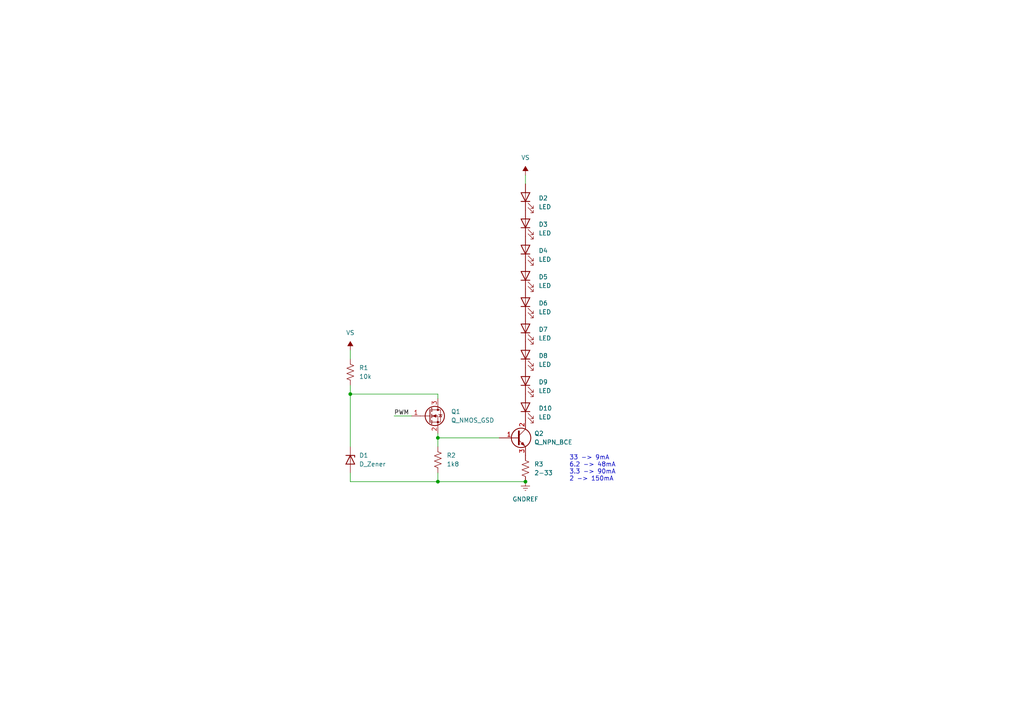
<source format=kicad_sch>
(kicad_sch (version 20211123) (generator eeschema)
  (paper "A4")
  (lib_symbols
    (symbol "Device:D_Zener" (pin_numbers hide) (pin_names (offset 1.016) hide)
      (property "Reference" "D" (at 0 2.54 0))
      (property "Value" "D_Zener" (at 0 -2.54 0))
      (symbol "D_Zener_0_1"
        (polyline (pts (xy 1.27 0) (xy -1.27 0)))
        (polyline (pts (xy -1.27 -1.27) (xy -1.27 1.27) (xy -0.762 1.27)) (stroke (width 0.254)))
        (polyline (pts (xy 1.27 -1.27) (xy 1.27 1.27) (xy -1.27 0) (xy 1.27 -1.27)) (stroke (width 0.254)))
      )
      (symbol "D_Zener_1_1"
        (pin passive line (at -3.81 0 0) (length 2.54) (name "K") (number "1"))
        (pin passive line (at 3.81 0 180) (length 2.54) (name "A") (number "2"))
      )
    )
    (symbol "Device:LED" (pin_numbers hide) (pin_names (offset 1.016) hide)
      (property "Reference" "D" (at 0 2.54 0))
      (property "Value" "LED" (at 0 -2.54 0))
      (symbol "LED_0_1"
        (polyline (pts (xy -1.27 -1.27) (xy -1.27 1.27)) (stroke (width 0.254)))
        (polyline (pts (xy -1.27 0) (xy 1.27 0)))
        (polyline (pts (xy 1.27 -1.27) (xy 1.27 1.27) (xy -1.27 0) (xy 1.27 -1.27)) (stroke (width 0.254)))
        (polyline (pts (xy -3.048 -0.762) (xy -4.572 -2.286) (xy -3.81 -2.286) (xy -4.572 -2.286) (xy -4.572 -1.524)))
        (polyline (pts (xy -1.778 -0.762) (xy -3.302 -2.286) (xy -2.54 -2.286) (xy -3.302 -2.286) (xy -3.302 -1.524)))
      )
      (symbol "LED_1_1"
        (pin passive line (at -3.81 0 0) (length 2.54) (name "K") (number "1"))
        (pin passive line (at 3.81 0 180) (length 2.54) (name "A") (number "2"))
      )
    )
    (symbol "Device:Q_NMOS_GSD" (pin_names (offset 0) hide)
      (property "Reference" "Q" (at 5.08 1.27 0))
      (property "Value" "Q_NMOS_GSD" (at 5.08 -1.27 0))
      (symbol "Q_NMOS_GSD_0_1"
        (polyline (pts (xy 0.254 0) (xy -2.54 0)))
        (polyline (pts (xy 0.254 1.905) (xy 0.254 -1.905)) (stroke (width 0.254)))
        (polyline (pts (xy 0.762 -1.27) (xy 0.762 -2.286)) (stroke (width 0.254)))
        (polyline (pts (xy 0.762 0.508) (xy 0.762 -0.508)) (stroke (width 0.254)))
        (polyline (pts (xy 0.762 2.286) (xy 0.762 1.27)) (stroke (width 0.254)))
        (polyline (pts (xy 2.54 2.54) (xy 2.54 1.778)))
        (polyline (pts (xy 2.54 -2.54) (xy 2.54 0) (xy 0.762 0)))
        (polyline (pts (xy 0.762 -1.778) (xy 3.302 -1.778) (xy 3.302 1.778) (xy 0.762 1.778)))
        (polyline (pts (xy 1.016 0) (xy 2.032 0.381) (xy 2.032 -0.381) (xy 1.016 0)) (fill (type outline)))
        (polyline (pts (xy 2.794 0.508) (xy 2.921 0.381) (xy 3.683 0.381) (xy 3.81 0.254)))
        (polyline (pts (xy 3.302 0.381) (xy 2.921 -0.254) (xy 3.683 -0.254) (xy 3.302 0.381)))
        (circle (center 1.651 0) (radius 2.794) (stroke (width 0.254)))
        (circle (center 2.54 -1.778) (radius 0.254) (fill (type outline)))
        (circle (center 2.54 1.778) (radius 0.254) (fill (type outline)))
      )
      (symbol "Q_NMOS_GSD_1_1"
        (pin input line (at -5.08 0 0) (length 2.54) (name "G") (number "1"))
        (pin passive line (at 2.54 -5.08 90) (length 2.54) (name "S") (number "2"))
        (pin passive line (at 2.54 5.08 270) (length 2.54) (name "D") (number "3"))
      )
    )
    (symbol "Device:Q_NPN_BCE" (pin_names (offset 0) hide)
      (property "Reference" "Q" (at 5.08 1.27 0))
      (property "Value" "Q_NPN_BCE" (at 5.08 -1.27 0))
      (symbol "Q_NPN_BCE_0_1"
        (polyline (pts (xy 0.635 0.635) (xy 2.54 2.54)))
        (polyline (pts (xy 0.635 -0.635) (xy 2.54 -2.54) (xy 2.54 -2.54)))
        (polyline (pts (xy 0.635 1.905) (xy 0.635 -1.905) (xy 0.635 -1.905)) (stroke (width 0.508)))
        (polyline (pts (xy 1.27 -1.778) (xy 1.778 -1.27) (xy 2.286 -2.286) (xy 1.27 -1.778) (xy 1.27 -1.778)) (fill (type outline)))
        (circle (center 1.27 0) (radius 2.8194) (stroke (width 0.254)))
      )
      (symbol "Q_NPN_BCE_1_1"
        (pin input line (at -5.08 0 0) (length 5.715) (name "B") (number "1"))
        (pin passive line (at 2.54 5.08 270) (length 2.54) (name "C") (number "2"))
        (pin passive line (at 2.54 -5.08 90) (length 2.54) (name "E") (number "3"))
      )
    )
    (symbol "Device:R_US" (pin_numbers hide) (pin_names (offset 0))
      (property "Reference" "R" (at 2.54 0 90))
      (property "Value" "R_US" (at -2.54 0 90))
      (symbol "R_US_0_1"
        (polyline (pts (xy 0 -2.286) (xy 0 -2.54)))
        (polyline (pts (xy 0 2.286) (xy 0 2.54)))
        (polyline (pts (xy 0 -0.762) (xy 1.016 -1.143) (xy 0 -1.524) (xy -1.016 -1.905) (xy 0 -2.286)))
        (polyline (pts (xy 0 0.762) (xy 1.016 0.381) (xy 0 0) (xy -1.016 -0.381) (xy 0 -0.762)))
        (polyline (pts (xy 0 2.286) (xy 1.016 1.905) (xy 0 1.524) (xy -1.016 1.143) (xy 0 0.762)))
      )
      (symbol "R_US_1_1"
        (pin passive line (at 0 3.81 270) (length 1.27) (name "~") (number "1"))
        (pin passive line (at 0 -3.81 90) (length 1.27) (name "~") (number "2"))
      )
    )
    (symbol "power:GNDREF" (power) (pin_names (offset 0))
      (property "Value" "GNDREF" (at 0 -3.81 0))
      (symbol "GNDREF_0_1"
        (polyline (pts (xy -0.635 -1.905) (xy 0.635 -1.905)))
        (polyline (pts (xy -0.127 -2.54) (xy 0.127 -2.54)))
        (polyline (pts (xy 0 -1.27) (xy 0 0)))
        (polyline (pts (xy 1.27 -1.27) (xy -1.27 -1.27)))
      )
      (symbol "GNDREF_1_1"
        (pin power_in line (at 0 0 270) (length 0) hide (name "GNDREF") (number "1"))
      )
    )
    (symbol "power:VS" (power) (pin_names (offset 0))
      (property "Value" "VS" (at 0 3.81 0))
      (symbol "VS_0_1"
        (polyline (pts (xy 0 0) (xy 0 2.54)))
        (polyline (pts (xy 0.762 1.27) (xy -0.762 1.27) (xy 0 2.54) (xy 0.762 1.27)) (fill (type outline)))
      )
      (symbol "VS_1_1"
        (pin power_in line (at 0 0 90) (length 0) hide (name "VS") (number "1"))
      )
    )
  )
  (junction (at 127 127))
  (junction (at 152.4 139.7))
  (junction (at 101.6 114.3))
  (junction (at 127 139.7))
  (wire (pts (xy 127 139.7) (xy 152.4 139.7)))
  (wire (pts (xy 101.6 111.76) (xy 101.6 114.3)))
  (wire (pts (xy 101.6 114.3) (xy 101.6 129.54)))
  (wire (pts (xy 114.3 120.65) (xy 119.38 120.65)))
  (wire (pts (xy 101.6 104.14) (xy 101.6 101.6)))
  (wire (pts (xy 127 137.16) (xy 127 139.7)))
  (wire (pts (xy 152.4 50.8) (xy 152.4 53.34)))
  (wire (pts (xy 127 127) (xy 144.78 127)))
  (wire (pts (xy 101.6 139.7) (xy 127 139.7)))
  (wire (pts (xy 127 115.57) (xy 127 114.3)))
  (wire (pts (xy 127 125.73) (xy 127 127)))
  (wire (pts (xy 127 127) (xy 127 129.54)))
  (wire (pts (xy 127 114.3) (xy 101.6 114.3)))
  (wire (pts (xy 101.6 137.16) (xy 101.6 139.7)))
  (text "33 -> 9mA\n6.2 -> 48mA\n3.3 -> 90mA\n2 -> 150mA" (at 165.1 139.7 0) (effects (font (size 1.27 1.27)) (justify left bottom)))
  (label "PWM" (at 114.3 120.65 0))
  (symbol (lib_id "Device:LED") (at 152.4 64.77 90) (unit 1)
    (property "Reference" "D3" (at 156.21 65.0874 90) (effects (justify right)))
    (property "Value" "LED" (at 156.21 67.6274 90) (effects (justify right)))
    (property "Footprint" "LED_SMD:LED_5050" (effects hide))
    (property "Datasheet" "https://www.mouser.com/datasheet/2/602/DS174_luxeon_5050_datasheet-2846501.pdf" (effects hide))
    (property "Part" "L150-40905006000S0" (effects hide))
    (property "Mouser" "https://www.mouser.com/ProductDetail/Lumileds/L150-40905006000S0?qs=GedFDFLaBXHgr0RV2eE%252BbA%3D%3D" (effects hide))
  )
  (symbol (lib_id "Device:LED") (at 152.4 80.01 90) (unit 1)
    (property "Reference" "D5" (at 156.21 80.3274 90) (effects (justify right)))
    (property "Value" "LED" (at 156.21 82.8674 90) (effects (justify right)))
    (property "Footprint" "LED_SMD:LED_5050" (effects hide))
    (property "Datasheet" "https://www.mouser.com/datasheet/2/602/DS174_luxeon_5050_datasheet-2846501.pdf" (effects hide))
    (property "Part" "L150-40905006000S0" (effects hide))
    (property "Mouser" "https://www.mouser.com/ProductDetail/Lumileds/L150-40905006000S0?qs=GedFDFLaBXHgr0RV2eE%252BbA%3D%3D" (effects hide))
  )
  (symbol (lib_id "Device:D_Zener") (at 101.6 133.35 270) (unit 1)
    (property "Reference" "D1" (at 104.14 132.0799 90) (effects (justify left)))
    (property "Value" "D_Zener" (at 104.14 134.6199 90) (effects (justify left)))
    (property "Footprint" "Package_TO_SOT_SMD:SOT-23" (effects hide))
    (property "Datasheet" "https://www.mouser.com/datasheet/2/609/ADR510-1503583.pdf" (effects hide))
    (property "Part" "ADR510ARTZ-REEL7" (effects hide))
    (property "Mouser" "https://www.mouser.com/ProductDetail/Analog-Devices/ADR510ARTZ-REEL7?qs=WIvQP4zGaniqWHvI6aygmw%3D%3D" (effects hide))
  )
  (symbol (lib_id "power:VS") (at 152.4 50.8 0) (unit 1)
    (property "Reference" "#PWR0101" (effects hide))
    (property "Value" "VS" (at 152.4 45.72 0))
  )
  (symbol (lib_id "Device:LED") (at 152.4 110.49 90) (unit 1)
    (property "Reference" "D9" (at 156.21 110.8074 90) (effects (justify right)))
    (property "Value" "LED" (at 156.21 113.3474 90) (effects (justify right)))
    (property "Footprint" "LED_SMD:LED_5050" (effects hide))
    (property "Datasheet" "https://www.mouser.com/datasheet/2/602/DS174_luxeon_5050_datasheet-2846501.pdf" (effects hide))
    (property "Part" "L150-40905006000S0" (effects hide))
    (property "Mouser" "https://www.mouser.com/ProductDetail/Lumileds/L150-40905006000S0?qs=GedFDFLaBXHgr0RV2eE%252BbA%3D%3D" (effects hide))
  )
  (symbol (lib_id "Device:Q_NMOS_GSD") (at 124.46 120.65 0) (unit 1)
    (property "Reference" "Q1" (at 130.81 119.3799 0) (effects (justify left)))
    (property "Value" "Q_NMOS_GSD" (at 130.81 121.9199 0) (effects (justify left)))
    (property "Footprint" "Package_TO_SOT_SMD:SOT-23" (effects hide))
    (property "Datasheet" "https://www.mouser.com/datasheet/2/916/PMV65UNE-2301129.pdf" (effects hide))
    (property "Part" "PMV65UNER" (effects hide))
    (property "Mouser" "https://www.mouser.com/ProductDetail/Nexperia/PMV65UNER?qs=gH1BdSMZm8Uqz8rEFxNhsQ%3D%3D" (effects hide))
  )
  (symbol (lib_id "Device:LED") (at 152.4 102.87 90) (unit 1)
    (property "Reference" "D8" (at 156.21 103.1874 90) (effects (justify right)))
    (property "Value" "LED" (at 156.21 105.7274 90) (effects (justify right)))
    (property "Footprint" "LED_SMD:LED_5050" (effects hide))
    (property "Datasheet" "https://www.mouser.com/datasheet/2/602/DS174_luxeon_5050_datasheet-2846501.pdf" (effects hide))
    (property "Part" "L150-40905006000S0" (effects hide))
    (property "Mouser" "https://www.mouser.com/ProductDetail/Lumileds/L150-40905006000S0?qs=GedFDFLaBXHgr0RV2eE%252BbA%3D%3D" (effects hide))
  )
  (symbol (lib_id "Device:LED") (at 152.4 72.39 90) (unit 1)
    (property "Reference" "D4" (at 156.21 72.7074 90) (effects (justify right)))
    (property "Value" "LED" (at 156.21 75.2474 90) (effects (justify right)))
    (property "Footprint" "LED_SMD:LED_5050" (effects hide))
    (property "Datasheet" "https://www.mouser.com/datasheet/2/602/DS174_luxeon_5050_datasheet-2846501.pdf" (effects hide))
    (property "Part" "L150-40905006000S0" (effects hide))
    (property "Mouser" "https://www.mouser.com/ProductDetail/Lumileds/L150-40905006000S0?qs=GedFDFLaBXHgr0RV2eE%252BbA%3D%3D" (effects hide))
  )
  (symbol (lib_id "Device:Q_NPN_BCE") (at 149.86 127 0) (unit 1)
    (property "Reference" "Q2" (at 154.94 125.7299 0) (effects (justify left)))
    (property "Value" "Q_NPN_BCE" (at 154.94 128.2699 0) (effects (justify left)))
    (property "Footprint" "Package_TO_SOT_SMD:TO-252-2" (effects hide))
    (property "Datasheet" "https://www.mouser.com/datasheet/2/916/MJD41C-2397701.pdf" (effects hide))
    (property "Part" "MJD41CJ" (effects hide))
    (property "Mouser" "https://www.mouser.com/ProductDetail/Nexperia/MJD41CJ?qs=ljCeji4nMDmeNoTu0xtScA%3D%3D" (effects hide))
  )
  (symbol (lib_id "Device:LED") (at 152.4 95.25 90) (unit 1)
    (property "Reference" "D7" (at 156.21 95.5674 90) (effects (justify right)))
    (property "Value" "LED" (at 156.21 98.1074 90) (effects (justify right)))
    (property "Footprint" "LED_SMD:LED_5050" (effects hide))
    (property "Datasheet" "https://www.mouser.com/datasheet/2/602/DS174_luxeon_5050_datasheet-2846501.pdf" (effects hide))
    (property "Part" "L150-40905006000S0" (effects hide))
    (property "Mouser" "https://www.mouser.com/ProductDetail/Lumileds/L150-40905006000S0?qs=GedFDFLaBXHgr0RV2eE%252BbA%3D%3D" (effects hide))
  )
  (symbol (lib_id "Device:LED") (at 152.4 87.63 90) (unit 1)
    (property "Reference" "D6" (at 156.21 87.9474 90) (effects (justify right)))
    (property "Value" "LED" (at 156.21 90.4874 90) (effects (justify right)))
    (property "Footprint" "LED_SMD:LED_5050" (effects hide))
    (property "Datasheet" "https://www.mouser.com/datasheet/2/602/DS174_luxeon_5050_datasheet-2846501.pdf" (effects hide))
    (property "Part" "L150-40905006000S0" (effects hide))
    (property "Mouser" "https://www.mouser.com/ProductDetail/Lumileds/L150-40905006000S0?qs=GedFDFLaBXHgr0RV2eE%252BbA%3D%3D" (effects hide))
  )
  (symbol (lib_id "Device:R_US") (at 127 133.35 0) (unit 1)
    (property "Reference" "R2" (at 129.54 132.0799 0) (effects (justify left)))
    (property "Value" "1k8" (at 129.54 134.6199 0) (effects (justify left)))
    (property "Footprint" "Resistor_SMD:R_0603_1608Metric" (effects hide))
    (property "Datasheet" "https://www.mouser.com/datasheet/2/315/AOA0000C304-1149620.pdf" (effects hide))
    (property "Part" "ERJ-3EKF1801V" (effects hide))
    (property "Mouser" "https://www.mouser.com/ProductDetail/Panasonic/ERJ-3EKF1801V?qs=sGAEpiMZZMvdGkrng054tx7%2F6%252BNA3LAJ6snYRRVT2yo%3D" (effects hide))
  )
  (symbol (lib_id "Device:LED") (at 152.4 57.15 90) (unit 1)
    (property "Reference" "D2" (at 156.21 57.4674 90) (effects (justify right)))
    (property "Value" "LED" (at 156.21 60.0074 90) (effects (justify right)))
    (property "Footprint" "LED_SMD:LED_5050" (effects hide))
    (property "Datasheet" "https://www.mouser.com/datasheet/2/602/DS174_luxeon_5050_datasheet-2846501.pdf" (effects hide))
    (property "Part" "L150-40905006000S0" (effects hide))
    (property "Mouser" "https://www.mouser.com/ProductDetail/Lumileds/L150-40905006000S0?qs=GedFDFLaBXHgr0RV2eE%252BbA%3D%3D" (effects hide))
  )
  (symbol (lib_id "Device:R_US") (at 101.6 107.95 0) (unit 1)
    (property "Reference" "R1" (at 104.14 106.6799 0) (effects (justify left)))
    (property "Value" "10k" (at 104.14 109.2199 0) (effects (justify left)))
    (property "Footprint" "Resistor_SMD:R_0603_1608Metric" (effects hide))
    (property "Datasheet" "https://www.mouser.com/datasheet/2/315/AOA0000C304-1149620.pdf" (effects hide))
    (property "Part" "ERJ-3EKF1002V" (effects hide))
    (property "Mouser" "https://www.mouser.com/ProductDetail/Panasonic/ERJ-3EKF1002V?qs=sGAEpiMZZMvdGkrng054tw5%2FFYq5P%2FDoCx9UR%2FAPDkE%3D" (effects hide))
  )
  (symbol (lib_id "Device:LED") (at 152.4 118.11 90) (unit 1)
    (property "Reference" "D10" (at 156.21 118.4274 90) (effects (justify right)))
    (property "Value" "LED" (at 156.21 120.9674 90) (effects (justify right)))
    (property "Footprint" "LED_SMD:LED_5050" (effects hide))
    (property "Datasheet" "https://www.mouser.com/datasheet/2/602/DS174_luxeon_5050_datasheet-2846501.pdf" (effects hide))
    (property "Part" "L150-40905006000S0" (effects hide))
    (property "Mouser" "https://www.mouser.com/ProductDetail/Lumileds/L150-40905006000S0?qs=GedFDFLaBXHgr0RV2eE%252BbA%3D%3D" (effects hide))
  )
  (symbol (lib_id "power:VS") (at 101.6 101.6 0) (unit 1)
    (property "Reference" "#PWR0103" (effects hide))
    (property "Value" "VS" (at 101.6 96.52 0))
  )
  (symbol (lib_id "Device:R_US") (at 152.4 135.89 0) (unit 1)
    (property "Reference" "R3" (at 154.94 134.6199 0) (effects (justify left)))
    (property "Value" "2-33" (at 154.94 137.1599 0) (effects (justify left)))
    (property "Footprint" "Resistor_SMD:R_1210_3225Metric" (effects hide))
    (property "Part" "ERJ-P14J330U, ERJ-P14J6R2U, ERJ-P14J3R3U, ERJ-P14J2R0U" (effects hide))
    (property "Mouser" "https://www.mouser.com/ProductDetail/Panasonic/ERJ-P14J330U?qs=sGAEpiMZZMvdGkrng054t%252BB3dTvXmYJZd9o0AX64KC4%3D, https://www.mouser.com/ProductDetail/Panasonic/ERJ-P14J6R2U?qs=sGAEpiMZZMvdGkrng054t2bZ0yF35f3tL6Dlnn8Gkhg%3D, https://www.mouser.com/ProductDetail/Panasonic/ERJ-P14J3R3U?qs=sGAEpiMZZMvdGkrng054t%252BB3dTvXmYJZ3GNyZKt9yOo%3D, https://www.mouser.com/ProductDetail/Panasonic/ERJ-P14J2R0U?qs=sGAEpiMZZMvdGkrng054t%252BB3dTvXmYJZdspXbKsD6DU%3D" (effects hide))
  )
  (symbol (lib_id "power:GNDREF") (at 152.4 139.7 0) (unit 1)
    (property "Reference" "#PWR0102" (effects hide))
    (property "Value" "GNDREF" (at 152.4 144.78 0))
  )
)
</source>
